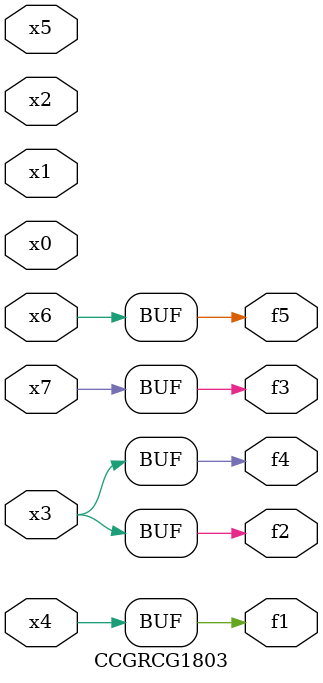
<source format=v>
module CCGRCG1803(
	input x0, x1, x2, x3, x4, x5, x6, x7,
	output f1, f2, f3, f4, f5
);
	assign f1 = x4;
	assign f2 = x3;
	assign f3 = x7;
	assign f4 = x3;
	assign f5 = x6;
endmodule

</source>
